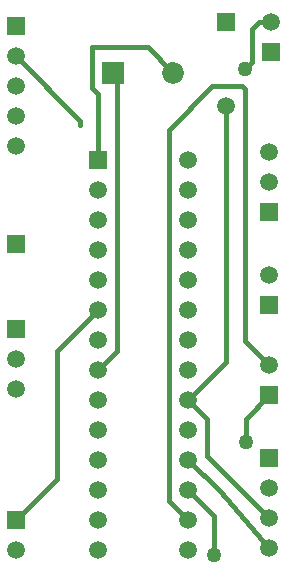
<source format=gbr>
G04 Layer_Physical_Order=2*
G04 Layer_Color=16711680*
%FSLAX25Y25*%
%MOIN*%
%TF.FileFunction,Copper,L2,Bot,Signal*%
%TF.Part,Single*%
G01*
G75*
%TA.AperFunction,Conductor*%
%ADD11C,0.01500*%
%TA.AperFunction,ComponentPad*%
%ADD12C,0.05906*%
%ADD13R,0.05906X0.05906*%
%ADD14C,0.07284*%
%ADD15R,0.07284X0.07284*%
%ADD16R,0.05906X0.05906*%
%TA.AperFunction,ViaPad*%
%ADD17C,0.05000*%
D11*
X65000Y28500D02*
X73700Y19800D01*
Y6900D02*
Y19800D01*
X58700Y24800D02*
X65000Y18500D01*
X58700Y24800D02*
Y148600D01*
X73100Y163000D01*
X82800D01*
X83800Y162000D01*
Y78200D02*
Y162000D01*
Y78200D02*
X92000Y70000D01*
X84300Y44600D02*
Y52300D01*
X92000Y60000D01*
X65000Y38500D02*
X75500Y28000D01*
X92000Y9000D01*
X7500Y18500D02*
X21300Y32300D01*
Y74800D01*
X35000Y88500D01*
Y138500D02*
Y160600D01*
X33100Y162500D02*
X35000Y160600D01*
X33100Y162500D02*
Y176000D01*
X51500D01*
X60000Y167500D01*
X29100Y150000D02*
Y151400D01*
X7500Y173000D02*
X29100Y151400D01*
X35000Y68500D02*
X41400Y74900D01*
Y166100D01*
X40000Y167500D02*
X41400Y166100D01*
X65000Y58500D02*
X71300Y52200D01*
Y39700D02*
Y52200D01*
Y39700D02*
X92000Y19000D01*
X65000Y58500D02*
X77500Y71000D01*
Y156524D01*
X83800Y168700D02*
X86200Y171100D01*
Y182000D01*
X88700Y184500D01*
X92500D01*
D12*
X92000Y9000D02*
D03*
Y19000D02*
D03*
Y29000D02*
D03*
X7500Y62000D02*
D03*
Y72000D02*
D03*
X92000Y100000D02*
D03*
X77500Y156524D02*
D03*
X7500Y8500D02*
D03*
X92000Y141000D02*
D03*
Y131000D02*
D03*
X65000Y8500D02*
D03*
Y18500D02*
D03*
Y28500D02*
D03*
Y38500D02*
D03*
Y48500D02*
D03*
Y58500D02*
D03*
Y68500D02*
D03*
Y78500D02*
D03*
Y88500D02*
D03*
Y98500D02*
D03*
Y108500D02*
D03*
Y118500D02*
D03*
Y128500D02*
D03*
Y138500D02*
D03*
X35000Y8500D02*
D03*
Y18500D02*
D03*
Y28500D02*
D03*
Y38500D02*
D03*
Y48500D02*
D03*
Y58500D02*
D03*
Y68500D02*
D03*
Y78500D02*
D03*
Y88500D02*
D03*
Y98500D02*
D03*
Y108500D02*
D03*
Y118500D02*
D03*
Y128500D02*
D03*
X7500Y173000D02*
D03*
Y163000D02*
D03*
Y153000D02*
D03*
Y143000D02*
D03*
X92500Y184500D02*
D03*
X92000Y70000D02*
D03*
D13*
Y39000D02*
D03*
X7500Y82000D02*
D03*
X92000Y90000D02*
D03*
X77500Y184476D02*
D03*
X7500Y18500D02*
D03*
X92000Y121000D02*
D03*
X7500Y110500D02*
D03*
Y183000D02*
D03*
X92500Y174500D02*
D03*
X92000Y60000D02*
D03*
D14*
X60000Y167500D02*
D03*
D15*
X40000D02*
D03*
D16*
X35000Y138500D02*
D03*
D17*
X73700Y6900D02*
D03*
X84300Y44600D02*
D03*
X83800Y168700D02*
D03*
%TF.MD5,0A9C7269CF55C19DD6444FCACD579D7E*%
M02*

</source>
